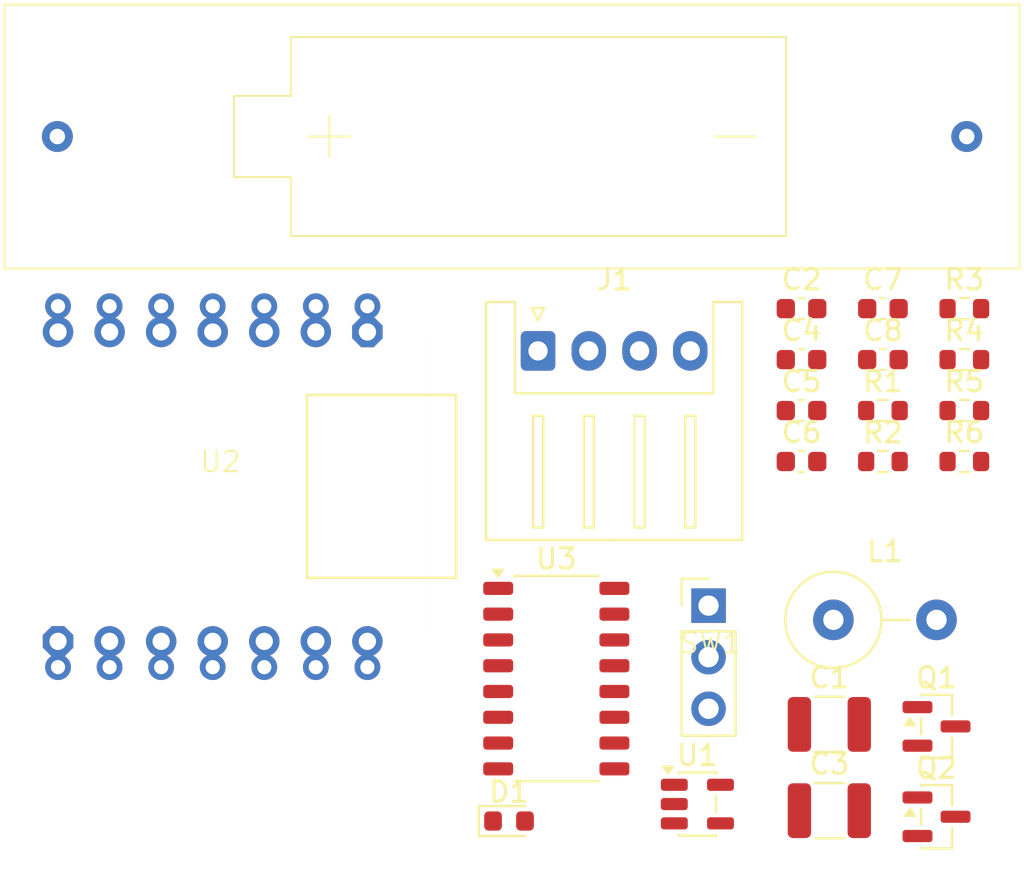
<source format=kicad_pcb>
(kicad_pcb (version 20241229) (generator "pcbnew") (generator_version "9.0")
  (layers (0 "F.Cu" signal) (2 "B.Cu" signal) (13 "F.Paste" user) (15 "B.Paste" user) (5 "F.SilkS" user "F.Silkscreen") (7 "B.SilkS" user "B.Silkscreen") (1 "F.Mask" user) (3 "B.Mask" user) (25 "Edge.Cuts" user))
  (net 0 "")
  (net 1 "GND")
  (net 2 "Net-(SW1-A)")
  (net 3 "+3V3")
  (net 4 "Net-(U1-CE)")
  (net 5 "ADC_BAT")
  (net 6 "Net-(U3-VBG)")
  (net 7 "Net-(U3-INPA)")
  (net 8 "Net-(U3-INNA)")
  (net 9 "+VDD")
  (net 10 "Net-(D1-A)")
  (net 11 "INNA")
  (net 12 "INPA")
  (net 13 "SW")
  (net 14 "Net-(Q2-B)")
  (net 15 "Net-(U3-VFB)")
  (net 16 "Net-(BT1-+)")
  (net 21 "CLK")
  (net 24 "DAT")
  (footprint "Capacitor_SMD:C_0603_1608Metric" (layer "F.Cu") (at 68.5575 43.6)
    (property "Reference" "C2" (at 0 -1.43 0) (layer "F.SilkS"))
    (property "Value" "0.1u")
    (fp_line (start -0.14058 -0.51) (end 0.14058 -0.51) (stroke (width 0.12)) (layer "F.SilkS"))
    (fp_line (start -0.14058 0.51) (end 0.14058 0.51) (stroke (width 0.12)) (layer "F.SilkS"))
    (pad "1" smd roundrect (at -0.775 0) (size 0.9 0.95) (layers "F.Cu" "F.Mask" "F.Paste") (net 4 "Net-(U1-CE)"))
    (pad "2" smd roundrect (at 0.775 0) (size 0.9 0.95) (layers "F.Cu" "F.Mask" "F.Paste") (net 3 "+3V3"))
  )
  (footprint "KUBTSS:nRF52840 XIAO Sense" (layer "F.Cu") (at 39.93297 51.6472)
    (property "Reference" "U2" (at 0 -0.5 0) (layer "F.SilkS") (effects (font (thickness 0.1))))
    (property "Value" "nRF52840 sense" (hide yes))
    (fp_line (start -10.8592 -6.2622) (end -10.8592 7.7078) (stroke (width 0.00254)) (layer "F.SilkS"))
    (fp_line (start -8.9542 -8.1672) (end 8.1908 -8.1672) (stroke (width 0.00254)) (layer "F.SilkS"))
    (fp_line (start -8.9542 9.6128) (end 8.1908 9.6128) (stroke (width 0.00254)) (layer "F.SilkS"))
    (fp_line (start 4.2631 -3.78777) (end 11.6131 -3.78777) (stroke (width 0.127)) (layer "F.SilkS"))
    (fp_line (start 4.2631 5.21223) (end 4.2631 -3.78777) (stroke (width 0.127)) (layer "F.SilkS"))
    (fp_line (start 10.0958 7.7078) (end 10.0958 -6.2622) (stroke (width 0.00254)) (layer "F.SilkS"))
    (fp_line (start 11.6131 -3.78777) (end 11.6131 5.21223) (stroke (width 0.127)) (layer "F.SilkS"))
    (fp_line (start 11.6131 5.21223) (end 4.2631 5.21223) (stroke (width 0.127)) (layer "F.SilkS"))
    (fp_arc (start -10.8592 -6.2622) (mid -10.301238 -7.609238) (end -8.9542 -8.1672) (stroke (width 0.00254)) (layer "F.SilkS"))
    (fp_arc (start -8.9542 9.6128) (mid -10.301238 9.054838) (end -10.8592 7.7078) (stroke (width 0.00254)) (layer "F.SilkS"))
    (fp_arc (start 8.1908 -8.1672) (mid 9.537838 -7.609238) (end 10.0958 -6.2622) (stroke (width 0.00254)) (layer "F.SilkS"))
    (fp_arc (start 10.0958 7.7078) (mid 9.537838 9.054838) (end 8.1908 9.6128) (stroke (width 0.00254)) (layer "F.SilkS"))
    (pad "3V3" thru_hole circle (at 2.1583 8.3428 90) (size 1.5 1.5) (drill 0.85) (layers "*.Cu" "*.Mask") (net 3 "+3V3"))
    (pad "3V3" thru_hole circle (at 2.1583 9.6128) (size 1.27 1.27) (drill 0.7) (layers "*.Cu" "*.Mask") (net 3 "+3V3"))
    (pad "GND" thru_hole circle (at 4.6983 8.3428 90) (size 1.5 1.5) (drill 0.85) (layers "*.Cu" "*.Mask") (net 1 "GND"))
    (pad "GND" thru_hole circle (at 4.6983 9.6128) (size 1.27 1.27) (drill 0.7) (layers "*.Cu" "*.Mask") (net 1 "GND"))
    (pad "P0.02" thru_hole circle (at 7.2383 -8.1672 180) (size 1.27 1.27) (drill 0.7) (layers "*.Cu" "*.Mask") (net 13 "SW"))
    (pad "P0.02" thru_hole roundrect (at 7.2383 -6.8972 270) (size 1.5 1.5) (drill 0.85) (layers "*.Cu" "*.Mask") (chamfer_ratio 0.2928932188) (chamfer top_left top_right bottom_left bottom_right) (net 13 "SW"))
    (pad "P0.03" thru_hole circle (at 4.6983 -8.1672 180) (size 1.27 1.27) (drill 0.7) (layers "*.Cu" "*.Mask") (net 24 "DAT"))
    (pad "P0.03" thru_hole circle (at 4.6983 -6.8972 270) (size 1.5 1.5) (drill 0.85) (layers "*.Cu" "*.Mask") (net 24 "DAT"))
    (pad "P0.04" thru_hole circle (at -2.9217 -8.1672 180) (size 1.27 1.27) (drill 0.7) (layers "*.Cu" "*.Mask"))
    (pad "P0.04" thru_hole circle (at -2.9217 -6.8972 270) (size 1.5 1.5) (drill 0.85) (layers "*.Cu" "*.Mask"))
    (pad "P0.05" thru_hole circle (at -5.4617 -8.1672 180) (size 1.27 1.27) (drill 0.7) (layers "*.Cu" "*.Mask"))
    (pad "P0.05" thru_hole circle (at -5.4617 -6.8972 270) (size 1.5 1.5) (drill 0.85) (layers "*.Cu" "*.Mask"))
    (pad "P0.28" thru_hole circle (at 2.1583 -8.1672 180) (size 1.27 1.27) (drill 0.7) (layers "*.Cu" "*.Mask") (net 21 "CLK"))
    (pad "P0.28" thru_hole circle (at 2.1583 -6.8972 270) (size 1.5 1.5) (drill 0.85) (layers "*.Cu" "*.Mask") (net 21 "CLK"))
    (pad "P0.29" thru_hole circle (at -0.3817 -8.1672 180) (size 1.27 1.27) (drill 0.7) (layers "*.Cu" "*.Mask") (net 5 "ADC_BAT"))
    (pad "P0.29" thru_hole circle (at -0.3817 -6.8972 270) (size 1.5 1.5) (drill 0.85) (layers "*.Cu" "*.Mask") (net 5 "ADC_BAT"))
    (pad "P1.11" thru_hole circle (at -8.0017 -8.1672 180) (size 1.27 1.27) (drill 0.7) (layers "*.Cu" "*.Mask"))
    (pad "P1.11" thru_hole circle (at -8.0017 -6.8972 270) (size 1.5 1.5) (drill 0.85) (layers "*.Cu" "*.Mask"))
    (pad "P1.12" thru_hole roundrect (at -8.0017 8.3428 90) (size 1.5 1.5) (drill 0.85) (layers "*.Cu" "*.Mask") (chamfer_ratio 0.2928932188) (chamfer top_left top_right bottom_left bottom_right))
    (pad "P1.12" thru_hole circle (at -8.0017 9.6128) (size 1.27 1.27) (drill 0.7) (layers "*.Cu" "*.Mask"))
    (pad "P1.13" thru_hole circle (at -5.4617 8.3428 90) (size 1.5 1.5) (drill 0.85) (layers "*.Cu" "*.Mask"))
    (pad "P1.13" thru_hole circle (at -5.4617 9.6128) (size 1.27 1.27) (drill 0.7) (layers "*.Cu" "*.Mask"))
    (pad "P1.14" thru_hole circle (at -2.9217 8.3428 90) (size 1.5 1.5) (drill 0.85) (layers "*.Cu" "*.Mask"))
    (pad "P1.14" thru_hole circle (at -2.9217 9.6128) (size 1.27 1.27) (drill 0.7) (layers "*.Cu" "*.Mask"))
    (pad "P1.15" thru_hole circle (at -0.3817 8.3428 90) (size 1.5 1.5) (drill 0.85) (layers "*.Cu" "*.Mask"))
    (pad "P1.15" thru_hole circle (at -0.3817 9.6128) (size 1.27 1.27) (drill 0.7) (layers "*.Cu" "*.Mask"))
    (pad "VBUS" thru_hole circle (at 7.2383 8.3428 90) (size 1.5 1.5) (drill 0.85) (layers "*.Cu" "*.Mask"))
    (pad "VBUS" thru_hole circle (at 7.2383 9.6128) (size 1.27 1.27) (drill 0.7) (layers "*.Cu" "*.Mask"))
  )
  (footprint "Resistor_SMD:R_0603_1608Metric" (layer "F.Cu") (at 76.5775 48.62)
    (property "Reference" "R5" (at 0 -1.43 0) (layer "F.SilkS"))
    (property "Value" "14k")
    (fp_line (start -0.237258 -0.5225) (end 0.237258 -0.5225) (stroke (width 0.12)) (layer "F.SilkS"))
    (fp_line (start -0.237258 0.5225) (end 0.237258 0.5225) (stroke (width 0.12)) (layer "F.SilkS"))
    (pad "1" smd roundrect (at -0.825 0) (size 0.8 0.95) (layers "F.Cu" "F.Mask" "F.Paste") (net 3 "+3V3"))
    (pad "2" smd roundrect (at 0.825 0) (size 0.8 0.95) (layers "F.Cu" "F.Mask" "F.Paste") (net 15 "Net-(U3-VFB)"))
  )
  (footprint "Inductor_THT:L_Axial_L11.0mm_D4.5mm_P5.08mm_Vertical_Fastron_MECC" (layer "F.Cu") (at 70.1275 58.93)
    (property "Reference" "L1" (at 2.54 -3.37 0) (layer "F.SilkS"))
    (property "Value" "47uH")
    (fp_line (start 2.37 0) (end 3.78 0) (stroke (width 0.12)) (layer "F.SilkS"))
    (fp_circle (center 0 0) (end 2.37 0) (stroke (width 0.12)) (fill no) (layer "F.SilkS"))
    (pad "1" thru_hole circle (at 0 0) (size 2 2) (drill 1) (layers "*.Cu" "*.Mask") (net 2 "Net-(SW1-A)"))
    (pad "2" thru_hole circle (at 5.08 0) (size 2 2) (drill 1) (layers "*.Cu" "*.Mask") (net 10 "Net-(D1-A)"))
  )
  (footprint "Package_TO_SOT_SMD:SOT-23" (layer "F.Cu") (at 75.2075 64.18)
    (property "Reference" "Q1" (at 0 -2.4 0) (layer "F.SilkS"))
    (property "Value" "AO3401A")
    (fp_line (start -0.76 -1.56) (end 0.76 -1.56) (stroke (width 0.12)) (layer "F.SilkS"))
    (fp_line (start -0.76 -1.51) (end -0.76 -1.56) (stroke (width 0.12)) (layer "F.SilkS"))
    (fp_line (start -0.76 0.39) (end -0.76 -0.39) (stroke (width 0.12)) (layer "F.SilkS"))
    (fp_line (start -0.76 1.56) (end -0.76 1.51) (stroke (width 0.12)) (layer "F.SilkS"))
    (fp_line (start 0.76 -1.56) (end 0.76 -0.56) (stroke (width 0.12)) (layer "F.SilkS"))
    (fp_line (start 0.76 0.56) (end 0.76 1.56) (stroke (width 0.12)) (layer "F.SilkS"))
    (fp_line (start 0.76 1.56) (end -0.76 1.56) (stroke (width 0.12)) (layer "F.SilkS"))
    (fp_poly (pts (xy -1.3 -0.38) (xy -1.06 -0.05) (xy -1.54 -0.05)) (stroke (width 0.12)) (fill yes) (layer "F.SilkS"))
    (pad "1" smd roundrect (at -0.9375 -0.95) (size 1.475 0.6) (layers "F.Cu" "F.Mask" "F.Paste") (net 13 "SW"))
    (pad "2" smd roundrect (at -0.9375 0.95) (size 1.475 0.6) (layers "F.Cu" "F.Mask" "F.Paste") (net 9 "+VDD"))
    (pad "3" smd roundrect (at 0.9375 0) (size 1.475 0.6) (layers "F.Cu" "F.Mask" "F.Paste") (net 3 "+3V3"))
  )
  (footprint "Capacitor_SMD:C_0603_1608Metric" (layer "F.Cu") (at 68.5575 48.62)
    (property "Reference" "C5" (at 0 -1.43 0) (layer "F.SilkS"))
    (property "Value" "10u")
    (fp_line (start -0.14058 -0.51) (end 0.14058 -0.51) (stroke (width 0.12)) (layer "F.SilkS"))
    (fp_line (start -0.14058 0.51) (end 0.14058 0.51) (stroke (width 0.12)) (layer "F.SilkS"))
    (pad "1" smd roundrect (at -0.775 0) (size 0.9 0.95) (layers "F.Cu" "F.Mask" "F.Paste") (net 1 "GND"))
    (pad "2" smd roundrect (at 0.775 0) (size 0.9 0.95) (layers "F.Cu" "F.Mask" "F.Paste") (net 3 "+3V3"))
  )
  (footprint "Connector_JST:JST_XH_S4B-XH-A_1x04_P2.50mm_Horizontal" (layer "F.Cu") (at 55.5775 45.68)
    (property "Reference" "J1" (at 3.75 -3.51 0) (layer "F.SilkS"))
    (property "Value" "STRAIN")
    (fp_line (start -2.56 -2.41) (end -1.14 -2.41) (stroke (width 0.12)) (layer "F.SilkS"))
    (fp_line (start -2.56 9.31) (end -2.56 -2.41) (stroke (width 0.12)) (layer "F.SilkS"))
    (fp_line (start -1.14 -2.41) (end -1.14 2.09) (stroke (width 0.12)) (layer "F.SilkS"))
    (fp_line (start -1.14 2.09) (end 3.75 2.09) (stroke (width 0.12)) (layer "F.SilkS"))
    (fp_line (start -0.3 -2.1) (end 0.3 -2.1) (stroke (width 0.12)) (layer "F.SilkS"))
    (fp_line (start -0.25 3.2) (end -0.25 8.7) (stroke (width 0.12)) (layer "F.SilkS"))
    (fp_line (start -0.25 8.7) (end 0.25 8.7) (stroke (width 0.12)) (layer "F.SilkS"))
    (fp_line (start 0 -1.5) (end -0.3 -2.1) (stroke (width 0.12)) (layer "F.SilkS"))
    (fp_line (start 0.25 3.2) (end -0.25 3.2) (stroke (width 0.12)) (layer "F.SilkS"))
    (fp_line (start 0.25 8.7) (end 0.25 3.2) (stroke (width 0.12)) (layer "F.SilkS"))
    (fp_line (start 0.3 -2.1) (end 0 -1.5) (stroke (width 0.12)) (layer "F.SilkS"))
    (fp_line (start 2.25 3.2) (end 2.25 8.7) (stroke (width 0.12)) (layer "F.SilkS"))
    (fp_line (start 2.25 8.7) (end 2.75 8.7) (stroke (width 0.12)) (layer "F.SilkS"))
    (fp_line (start 2.75 3.2) (end 2.25 3.2) (stroke (width 0.12)) (layer "F.SilkS"))
    (fp_line (start 2.75 8.7) (end 2.75 3.2) (stroke (width 0.12)) (layer "F.SilkS"))
    (fp_line (start 3.75 9.31) (end -2.56 9.31) (stroke (width 0.12)) (layer "F.SilkS"))
    (fp_line (start 3.75 9.31) (end 10.06 9.31) (stroke (width 0.12)) (layer "F.SilkS"))
    (fp_line (start 4.75 3.2) (end 4.75 8.7) (stroke (width 0.12)) (layer "F.SilkS"))
    (fp_line (start 4.75 8.7) (end 5.25 8.7) (stroke (width 0.12)) (layer "F.SilkS"))
    (fp_line (start 5.25 3.2) (end 4.75 3.2) (stroke (width 0.12)) (layer "F.SilkS"))
    (fp_line (start 5.25 8.7) (end 5.25 3.2) (stroke (width 0.12)) (layer "F.SilkS"))
    (fp_line (start 7.25 3.2) (end 7.25 8.7) (stroke (width 0.12)) (layer "F.SilkS"))
    (fp_line (start 7.25 8.7) (end 7.75 8.7) (stroke (width 0.12)) (layer "F.SilkS"))
    (fp_line (start 7.75 3.2) (end 7.25 3.2) (stroke (width 0.12)) (layer "F.SilkS"))
    (fp_line (start 7.75 8.7) (end 7.75 3.2) (stroke (width 0.12)) (layer "F.SilkS"))
    (fp_line (start 8.64 -2.41) (end 8.64 2.09) (stroke (width 0.12)) (layer "F.SilkS"))
    (fp_line (start 8.64 2.09) (end 3.75 2.09) (stroke (width 0.12)) (layer "F.SilkS"))
    (fp_line (start 10.06 -2.41) (end 8.64 -2.41) (stroke (width 0.12)) (layer "F.SilkS"))
    (fp_line (start 10.06 9.31) (end 10.06 -2.41) (stroke (width 0.12)) (layer "F.SilkS"))
    (pad "1" thru_hole roundrect (at 0 0) (size 1.7 1.95) (drill 0.95) (layers "*.Cu" "*.Mask") (roundrect_rratio 0.147059) (net 3 "+3V3"))
    (pad "2" thru_hole oval (at 2.5 0) (size 1.7 1.95) (drill 0.95) (layers "*.Cu" "*.Mask") (net 12 "INPA"))
    (pad "3" thru_hole oval (at 5 0) (size 1.7 1.95) (drill 0.95) (layers "*.Cu" "*.Mask") (net 11 "INNA"))
    (pad "4" thru_hole oval (at 7.5 0) (size 1.7 1.95) (drill 0.95) (layers "*.Cu" "*.Mask") (net 1 "GND"))
  )
  (footprint "Diode_SMD:D_0603_1608Metric" (layer "F.Cu") (at 54.1475 68.84)
    (property "Reference" "D1" (at 0 -1.43 0) (layer "F.SilkS"))
    (property "Value" "RB160M")
    (fp_line (start -1.485 -0.735) (end -1.485 0.735) (stroke (width 0.12)) (layer "F.SilkS"))
    (fp_line (start -1.485 0.735) (end 0.8 0.735) (stroke (width 0.12)) (layer "F.SilkS"))
    (fp_line (start 0.8 -0.735) (end -1.485 -0.735) (stroke (width 0.12)) (layer "F.SilkS"))
    (pad "1" smd roundrect (at -0.7875 0) (size 0.875 0.95) (layers "F.Cu" "F.Mask" "F.Paste") (net 3 "+3V3"))
    (pad "2" smd roundrect (at 0.7875 0) (size 0.875 0.95) (layers "F.Cu" "F.Mask" "F.Paste") (net 10 "Net-(D1-A)"))
  )
  (footprint "Capacitor_SMD:C_0603_1608Metric" (layer "F.Cu") (at 72.5675 43.6)
    (property "Reference" "C7" (at 0 -1.43 0) (layer "F.SilkS"))
    (property "Value" "0.1u")
    (fp_line (start -0.14058 -0.51) (end 0.14058 -0.51) (stroke (width 0.12)) (layer "F.SilkS"))
    (fp_line (start -0.14058 0.51) (end 0.14058 0.51) (stroke (width 0.12)) (layer "F.SilkS"))
    (pad "1" smd roundrect (at -0.775 0) (size 0.9 0.95) (layers "F.Cu" "F.Mask" "F.Paste") (net 7 "Net-(U3-INPA)"))
    (pad "2" smd roundrect (at 0.775 0) (size 0.9 0.95) (layers "F.Cu" "F.Mask" "F.Paste") (net 8 "Net-(U3-INNA)"))
  )
  (footprint "Package_TO_SOT_SMD:SOT-23-5" (layer "F.Cu") (at 63.4275 68.005)
    (property "Reference" "U1" (at 0 -2.4 0) (layer "F.SilkS"))
    (property "Value" "HT7733")
    (fp_line (start -0.91 -1.56) (end 0.91 -1.56) (stroke (width 0.12)) (layer "F.SilkS"))
    (fp_line (start -0.91 -1.51) (end -0.91 -1.56) (stroke (width 0.12)) (layer "F.SilkS"))
    (fp_line (start -0.91 1.56) (end -0.91 1.51) (stroke (width 0.12)) (layer "F.SilkS"))
    (fp_line (start 0.91 -1.56) (end 0.91 -1.51) (stroke (width 0.12)) (layer "F.SilkS"))
    (fp_line (start 0.91 -0.39) (end 0.91 0.39) (stroke (width 0.12)) (layer "F.SilkS"))
    (fp_line (start 0.91 1.51) (end 0.91 1.56) (stroke (width 0.12)) (layer "F.SilkS"))
    (fp_line (start 0.91 1.56) (end -0.91 1.56) (stroke (width 0.12)) (layer "F.SilkS"))
    (fp_poly (pts (xy -1.45 -1.51) (xy -1.69 -1.84) (xy -1.21 -1.84)) (stroke (width 0.12)) (fill yes) (layer "F.SilkS"))
    (pad "1" smd roundrect (at -1.1375 -0.95) (size 1.325 0.6) (layers "F.Cu" "F.Mask" "F.Paste") (net 4 "Net-(U1-CE)"))
    (pad "2" smd roundrect (at -1.1375 0) (size 1.325 0.6) (layers "F.Cu" "F.Mask" "F.Paste") (net 3 "+3V3"))
    (pad "3" smd roundrect (at -1.1375 0.95) (size 1.325 0.6) (layers "F.Cu" "F.Mask" "F.Paste"))
    (pad "4" smd roundrect (at 1.1375 0.95) (size 1.325 0.6) (layers "F.Cu" "F.Mask" "F.Paste") (net 1 "GND"))
    (pad "5" smd roundrect (at 1.1375 -0.95) (size 1.325 0.6) (layers "F.Cu" "F.Mask" "F.Paste") (net 10 "Net-(D1-A)"))
  )
  (footprint "KUBTSS:toggle" (layer "F.Cu") (at 64.0775 60.58)
    (property "Reference" "SW1" (at 0 -0.5 0) (layer "F.SilkS") (effects (font (thickness 0.1))))
    (property "Value" "CELL")
    (fp_line (start -1.43 -3.68) (end -0.1 -3.68) (stroke (width 0.12)) (layer "F.SilkS"))
    (fp_line (start -1.43 -2.35) (end -1.43 -3.68) (stroke (width 0.12)) (layer "F.SilkS"))
    (fp_line (start -1.43 -1.08) (end -1.43 4.06) (stroke (width 0.12)) (layer "F.SilkS"))
    (fp_line (start -1.43 -1.08) (end 1.23 -1.08) (stroke (width 0.12)) (layer "F.SilkS"))
    (fp_line (start -1.43 4.06) (end 1.23 4.06) (stroke (width 0.12)) (layer "F.SilkS"))
    (fp_line (start 1.23 -1.08) (end 1.23 4.06) (stroke (width 0.12)) (layer "F.SilkS"))
    (pad "1" thru_hole rect (at -0.1 -2.35) (size 1.7 1.7) (drill 1) (layers "*.Cu" "*.Mask") (net 2 "Net-(SW1-A)"))
    (pad "2" thru_hole oval (at -0.1 0.19) (size 1.7 1.7) (drill 1) (layers "*.Cu" "*.Mask") (net 16 "Net-(BT1-+)"))
    (pad "3" thru_hole oval (at -0.1 2.73) (size 1.7 1.7) (drill 1) (layers "*.Cu" "*.Mask"))
  )
  (footprint "Package_TO_SOT_SMD:SOT-23" (layer "F.Cu") (at 75.2075 68.63)
    (property "Reference" "Q2" (at 0 -2.4 0) (layer "F.SilkS"))
    (property "Value" "MMBT3906")
    (fp_line (start -0.76 -1.56) (end 0.76 -1.56) (stroke (width 0.12)) (layer "F.SilkS"))
    (fp_line (start -0.76 -1.51) (end -0.76 -1.56) (stroke (width 0.12)) (layer "F.SilkS"))
    (fp_line (start -0.76 0.39) (end -0.76 -0.39) (stroke (width 0.12)) (layer "F.SilkS"))
    (fp_line (start -0.76 1.56) (end -0.76 1.51) (stroke (width 0.12)) (layer "F.SilkS"))
    (fp_line (start 0.76 -1.56) (end 0.76 -0.56) (stroke (width 0.12)) (layer "F.SilkS"))
    (fp_line (start 0.76 0.56) (end 0.76 1.56) (stroke (width 0.12)) (layer "F.SilkS"))
    (fp_line (start 0.76 1.56) (end -0.76 1.56) (stroke (width 0.12)) (layer "F.SilkS"))
    (fp_poly (pts (xy -1.3 -0.38) (xy -1.06 -0.05) (xy -1.54 -0.05)) (stroke (width 0.12)) (fill yes) (layer "F.SilkS"))
    (pad "1" smd roundrect (at -0.9375 -0.95) (size 1.475 0.6) (layers "F.Cu" "F.Mask" "F.Paste") (net 14 "Net-(Q2-B)"))
    (pad "2" smd roundrect (at -0.9375 0.95) (size 1.475 0.6) (layers "F.Cu" "F.Mask" "F.Paste") (net 9 "+VDD"))
    (pad "3" smd roundrect (at 0.9375 0) (size 1.475 0.6) (layers "F.Cu" "F.Mask" "F.Paste") (net 3 "+3V3"))
  )
  (footprint "Resistor_SMD:R_0603_1608Metric" (layer "F.Cu") (at 76.5775 43.6)
    (property "Reference" "R3" (at 0 -1.43 0) (layer "F.SilkS"))
    (property "Value" "100")
    (fp_line (start -0.237258 -0.5225) (end 0.237258 -0.5225) (stroke (width 0.12)) (layer "F.SilkS"))
    (fp_line (start -0.237258 0.5225) (end 0.237258 0.5225) (stroke (width 0.12)) (layer "F.SilkS"))
    (pad "1" smd roundrect (at -0.825 0) (size 0.8 0.95) (layers "F.Cu" "F.Mask" "F.Paste") (net 11 "INNA"))
    (pad "2" smd roundrect (at 0.825 0) (size 0.8 0.95) (layers "F.Cu" "F.Mask" "F.Paste") (net 8 "Net-(U3-INNA)"))
  )
  (footprint "Capacitor_SMD:C_0603_1608Metric" (layer "F.Cu") (at 68.5575 46.11)
    (property "Reference" "C4" (at 0 -1.43 0) (layer "F.SilkS"))
    (property "Value" "0.1u")
    (fp_line (start -0.14058 -0.51) (end 0.14058 -0.51) (stroke (width 0.12)) (layer "F.SilkS"))
    (fp_line (start -0.14058 0.51) (end 0.14058 0.51) (stroke (width 0.12)) (layer "F.SilkS"))
    (pad "1" smd roundrect (at -0.775 0) (size 0.9 0.95) (layers "F.Cu" "F.Mask" "F.Paste") (net 5 "ADC_BAT"))
    (pad "2" smd roundrect (at 0.775 0) (size 0.9 0.95) (layers "F.Cu" "F.Mask" "F.Paste") (net 1 "GND"))
  )
  (footprint "Resistor_SMD:R_0603_1608Metric" (layer "F.Cu") (at 72.5675 51.13)
    (property "Reference" "R2" (at 0 -1.43 0) (layer "F.SilkS"))
    (property "Value" "1k")
    (fp_line (start -0.237258 -0.5225) (end 0.237258 -0.5225) (stroke (width 0.12)) (layer "F.SilkS"))
    (fp_line (start -0.237258 0.5225) (end 0.237258 0.5225) (stroke (width 0.12)) (layer "F.SilkS"))
    (pad "1" smd roundrect (at -0.825 0) (size 0.8 0.95) (layers "F.Cu" "F.Mask" "F.Paste") (net 3 "+3V3"))
    (pad "2" smd roundrect (at 0.825 0) (size 0.8 0.95) (layers "F.Cu" "F.Mask" "F.Paste") (net 5 "ADC_BAT"))
  )
  (footprint "Resistor_SMD:R_0603_1608Metric" (layer "F.Cu") (at 72.5675 48.62)
    (property "Reference" "R1" (at 0 -1.43 0) (layer "F.SilkS"))
    (property "Value" "100k")
    (fp_line (start -0.237258 -0.5225) (end 0.237258 -0.5225) (stroke (width 0.12)) (layer "F.SilkS"))
    (fp_line (start -0.237258 0.5225) (end 0.237258 0.5225) (stroke (width 0.12)) (layer "F.SilkS"))
    (pad "1" smd roundrect (at -0.825 0) (size 0.8 0.95) (layers "F.Cu" "F.Mask" "F.Paste") (net 4 "Net-(U1-CE)"))
    (pad "2" smd roundrect (at 0.825 0) (size 0.8 0.95) (layers "F.Cu" "F.Mask" "F.Paste") (net 3 "+3V3"))
  )
  (footprint "Resistor_SMD:R_0603_1608Metric" (layer "F.Cu") (at 76.5775 51.13)
    (property "Reference" "R6" (at 0 -1.43 0) (layer "F.SilkS"))
    (property "Value" "10k")
    (fp_line (start -0.237258 -0.5225) (end 0.237258 -0.5225) (stroke (width 0.12)) (layer "F.SilkS"))
    (fp_line (start -0.237258 0.5225) (end 0.237258 0.5225) (stroke (width 0.12)) (layer "F.SilkS"))
    (pad "1" smd roundrect (at -0.825 0) (size 0.8 0.95) (layers "F.Cu" "F.Mask" "F.Paste") (net 15 "Net-(U3-VFB)"))
    (pad "2" smd roundrect (at 0.825 0) (size 0.8 0.95) (layers "F.Cu" "F.Mask" "F.Paste") (net 1 "GND"))
  )
  (footprint "Capacitor_SMD:C_0603_1608Metric" (layer "F.Cu") (at 72.5675 46.11)
    (property "Reference" "C8" (at 0 -1.43 0) (layer "F.SilkS"))
    (property "Value" "10u")
    (fp_line (start -0.14058 -0.51) (end 0.14058 -0.51) (stroke (width 0.12)) (layer "F.SilkS"))
    (fp_line (start -0.14058 0.51) (end 0.14058 0.51) (stroke (width 0.12)) (layer "F.SilkS"))
    (pad "1" smd roundrect (at -0.775 0) (size 0.9 0.95) (layers "F.Cu" "F.Mask" "F.Paste") (net 1 "GND"))
    (pad "2" smd roundrect (at 0.775 0) (size 0.9 0.95) (layers "F.Cu" "F.Mask" "F.Paste") (net 9 "+VDD"))
  )
  (footprint "Capacitor_SMD:C_1210_3225Metric" (layer "F.Cu") (at 69.9275 68.33)
    (property "Reference" "C3" (at 0 -2.3 0) (layer "F.SilkS"))
    (property "Value" "22u")
    (fp_line (start -0.711252 -1.36) (end 0.711252 -1.36) (stroke (width 0.12)) (layer "F.SilkS"))
    (fp_line (start -0.711252 1.36) (end 0.711252 1.36) (stroke (width 0.12)) (layer "F.SilkS"))
    (pad "1" smd roundrect (at -1.475 0) (size 1.15 2.7) (layers "F.Cu" "F.Mask" "F.Paste") (roundrect_rratio 0.217391) (net 3 "+3V3"))
    (pad "2" smd roundrect (at 1.475 0) (size 1.15 2.7) (layers "F.Cu" "F.Mask" "F.Paste") (roundrect_rratio 0.217391) (net 1 "GND"))
  )
  (footprint "Capacitor_SMD:C_0603_1608Metric" (layer "F.Cu") (at 68.5575 51.13)
    (property "Reference" "C6" (at 0 -1.43 0) (layer "F.SilkS"))
    (property "Value" "0.1u")
    (fp_line (start -0.14058 -0.51) (end 0.14058 -0.51) (stroke (width 0.12)) (layer "F.SilkS"))
    (fp_line (start -0.14058 0.51) (end 0.14058 0.51) (stroke (width 0.12)) (layer "F.SilkS"))
    (pad "1" smd roundrect (at -0.775 0) (size 0.9 0.95) (layers "F.Cu" "F.Mask" "F.Paste") (net 6 "Net-(U3-VBG)"))
    (pad "2" smd roundrect (at 0.775 0) (size 0.9 0.95) (layers "F.Cu" "F.Mask" "F.Paste") (net 1 "GND"))
  )
  (footprint "Package_SO:JEITA_SOIC-16_3.9x9.9mm_P1.27mm" (layer "F.Cu") (at 56.4775 61.825)
    (property "Reference" "U3" (at 0 -5.9 0) (layer "F.SilkS"))
    (property "Value" "HX711")
    (fp_line (start -2.06 -5.06) (end 2.06 -5.06) (stroke (width 0.12)) (layer "F.SilkS"))
    (fp_line (start -2.06 -5.03) (end -2.06 -5.06) (stroke (width 0.12)) (layer "F.SilkS"))
    (fp_line (start -2.06 5.06) (end -2.06 5.03) (stroke (width 0.12)) (layer "F.SilkS"))
    (fp_line (start 2.06 -5.06) (end 2.06 -5.03) (stroke (width 0.12)) (layer "F.SilkS"))
    (fp_line (start 2.06 5.03) (end 2.06 5.06) (stroke (width 0.12)) (layer "F.SilkS"))
    (fp_line (start 2.06 5.06) (end -2.06 5.06) (stroke (width 0.12)) (layer "F.SilkS"))
    (fp_poly (pts (xy -2.87 -5.03) (xy -3.11 -5.36) (xy -2.63 -5.36)) (stroke (width 0.12)) (fill yes) (layer "F.SilkS"))
    (pad "1" smd roundrect (at -2.8625 -4.445) (size 1.475 0.65) (layers "F.Cu" "F.Mask" "F.Paste") (net 9 "+VDD"))
    (pad "2" smd roundrect (at -2.8625 -3.175) (size 1.475 0.65) (layers "F.Cu" "F.Mask" "F.Paste") (net 14 "Net-(Q2-B)"))
    (pad "3" smd roundrect (at -2.8625 -1.905) (size 1.475 0.65) (layers "F.Cu" "F.Mask" "F.Paste") (net 3 "+3V3"))
    (pad "4" smd roundrect (at -2.8625 -0.635) (size 1.475 0.65) (layers "F.Cu" "F.Mask" "F.Paste") (net 15 "Net-(U3-VFB)"))
    (pad "5" smd roundrect (at -2.8625 0.635) (size 1.475 0.65) (layers "F.Cu" "F.Mask" "F.Paste") (net 1 "GND"))
    (pad "6" smd roundrect (at -2.8625 1.905) (size 1.475 0.65) (layers "F.Cu" "F.Mask" "F.Paste") (net 6 "Net-(U3-VBG)"))
    (pad "7" smd roundrect (at -2.8625 3.175) (size 1.475 0.65) (layers "F.Cu" "F.Mask" "F.Paste") (net 8 "Net-(U3-INNA)"))
    (pad "8" smd roundrect (at -2.8625 4.445) (size 1.475 0.65) (layers "F.Cu" "F.Mask" "F.Paste") (net 7 "Net-(U3-INPA)"))
    (pad "9" smd roundrect (at 2.8625 4.445) (size 1.475 0.65) (layers "F.Cu" "F.Mask" "F.Paste") (net 1 "GND"))
    (pad "10" smd roundrect (at 2.8625 3.175) (size 1.475 0.65) (layers "F.Cu" "F.Mask" "F.Paste") (net 1 "GND"))
    (pad "11" smd roundrect (at 2.8625 1.905) (size 1.475 0.65) (layers "F.Cu" "F.Mask" "F.Paste") (net 21 "CLK"))
    (pad "12" smd roundrect (at 2.8625 0.635) (size 1.475 0.65) (layers "F.Cu" "F.Mask" "F.Paste") (net 24 "DAT"))
    (pad "13" smd roundrect (at 2.8625 -0.635) (size 1.475 0.65) (layers "F.Cu" "F.Mask" "F.Paste"))
    (pad "14" smd roundrect (at 2.8625 -1.905) (size 1.475 0.65) (layers "F.Cu" "F.Mask" "F.Paste") (net 1 "GND"))
    (pad "15" smd roundrect (at 2.8625 -3.175) (size 1.475 0.65) (layers "F.Cu" "F.Mask" "F.Paste") (net 9 "+VDD"))
    (pad "16" smd roundrect (at 2.8625 -4.445) (size 1.475 0.65) (layers "F.Cu" "F.Mask" "F.Paste") (net 9 "+VDD"))
  )
  (footprint "Capacitor_SMD:C_1210_3225Metric" (layer "F.Cu") (at 69.9275 64.08)
    (property "Reference" "C1" (at 0 -2.3 0) (layer "F.SilkS"))
    (property "Value" "47u")
    (fp_line (start -0.711252 -1.36) (end 0.711252 -1.36) (stroke (width 0.12)) (layer "F.SilkS"))
    (fp_line (start -0.711252 1.36) (end 0.711252 1.36) (stroke (width 0.12)) (layer "F.SilkS"))
    (pad "1" smd roundrect (at -1.475 0) (size 1.15 2.7) (layers "F.Cu" "F.Mask" "F.Paste") (roundrect_rratio 0.217391) (net 2 "Net-(SW1-A)"))
    (pad "2" smd roundrect (at 1.475 0) (size 1.15 2.7) (layers "F.Cu" "F.Mask" "F.Paste") (roundrect_rratio 0.217391) (net 1 "GND"))
  )
  (footprint "Resistor_SMD:R_0603_1608Metric" (layer "F.Cu") (at 76.5775 46.11)
    (property "Reference" "R4" (at 0 -1.43 0) (layer "F.SilkS"))
    (property "Value" "100")
    (fp_line (start -0.237258 -0.5225) (end 0.237258 -0.5225) (stroke (width 0.12)) (layer "F.SilkS"))
    (fp_line (start -0.237258 0.5225) (end 0.237258 0.5225) (stroke (width 0.12)) (layer "F.SilkS"))
    (pad "1" smd roundrect (at -0.825 0) (size 0.8 0.95) (layers "F.Cu" "F.Mask" "F.Paste") (net 12 "INPA"))
    (pad "2" smd roundrect (at 0.825 0) (size 0.8 0.95) (layers "F.Cu" "F.Mask" "F.Paste") (net 7 "Net-(U3-INPA)"))
  )
  (footprint "KUBTSS:BatteryCell" (layer "F.Cu") (at 54.2975 35.12)
    (property "Reference" "BT1" (hide yes))
    (property "Value" "Battery_Cell" (hide yes))
    (fp_line (start -25 6.5) (end -25 -6.5) (stroke (width 0.1)) (layer "F.SilkS"))
    (fp_line (start -25 6.5) (end 25 6.5) (stroke (width 0.1)) (layer "F.SilkS"))
    (fp_line (start -13.7 -2) (end -10.9 -2) (stroke (width 0.1)) (layer "F.SilkS"))
    (fp_line (start -13.7 2) (end -13.7 -2) (stroke (width 0.1)) (layer "F.SilkS"))
    (fp_line (start -10.9 -4.9) (end 13.5 -4.9) (stroke (width 0.1)) (layer "F.SilkS"))
    (fp_line (start -10.9 -2) (end -10.9 -4.9) (stroke (width 0.1)) (layer "F.SilkS"))
    (fp_line (start -10.9 2) (end -13.7 2) (stroke (width 0.1)) (layer "F.SilkS"))
    (fp_line (start -10.9 4.9) (end -10.9 2) (stroke (width 0.1)) (layer "F.SilkS"))
    (fp_line (start -10 0) (end -8 0) (stroke (width 0.1)) (layer "F.SilkS"))
    (fp_line (start -9 -1) (end -9 1) (stroke (width 0.1)) (layer "F.SilkS"))
    (fp_line (start 10 0) (end 12 0) (stroke (width 0.1)) (layer "F.SilkS"))
    (fp_line (start 13.5 -4.9) (end 13.5 4.9) (stroke (width 0.1)) (layer "F.SilkS"))
    (fp_line (start 13.5 4.9) (end -10.9 4.9) (stroke (width 0.1)) (layer "F.SilkS"))
    (fp_line (start 25 -6.5) (end -25 -6.5) (stroke (width 0.1)) (layer "F.SilkS"))
    (fp_line (start 25 6.5) (end 25 -6.5) (stroke (width 0.1)) (layer "F.SilkS"))
    (pad "1" thru_hole circle (at -22.4 0) (size 1.524 1.524) (drill 0.762) (layers "*.Cu" "*.Mask") (net 16 "Net-(BT1-+)"))
    (pad "2" thru_hole circle (at 22.4 0) (size 1.524 1.524) (drill 0.762) (layers "*.Cu" "*.Mask") (net 1 "GND"))
  )
)
</source>
